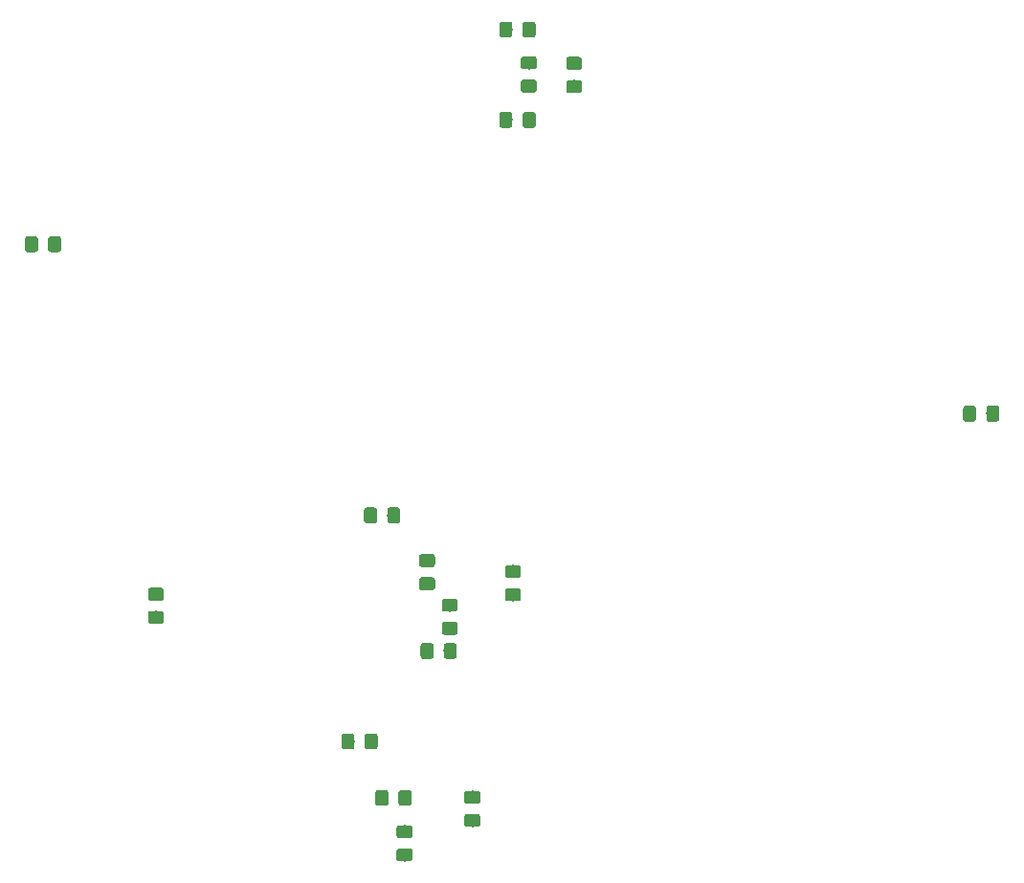
<source format=gbr>
%TF.GenerationSoftware,KiCad,Pcbnew,(5.1.4)-1*%
%TF.CreationDate,2019-08-28T16:24:02+03:00*%
%TF.ProjectId,Timsah_Main_Board,54696d73-6168-45f4-9d61-696e5f426f61,rev?*%
%TF.SameCoordinates,Original*%
%TF.FileFunction,Paste,Bot*%
%TF.FilePolarity,Positive*%
%FSLAX46Y46*%
G04 Gerber Fmt 4.6, Leading zero omitted, Abs format (unit mm)*
G04 Created by KiCad (PCBNEW (5.1.4)-1) date 2019-08-28 16:24:02*
%MOMM*%
%LPD*%
G04 APERTURE LIST*
%ADD10C,0.100000*%
%ADD11C,1.150000*%
G04 APERTURE END LIST*
D10*
G36*
X143349505Y-94301204D02*
G01*
X143373773Y-94304804D01*
X143397572Y-94310765D01*
X143420671Y-94319030D01*
X143442850Y-94329520D01*
X143463893Y-94342132D01*
X143483599Y-94356747D01*
X143501777Y-94373223D01*
X143518253Y-94391401D01*
X143532868Y-94411107D01*
X143545480Y-94432150D01*
X143555970Y-94454329D01*
X143564235Y-94477428D01*
X143570196Y-94501227D01*
X143573796Y-94525495D01*
X143575000Y-94549999D01*
X143575000Y-95450001D01*
X143573796Y-95474505D01*
X143570196Y-95498773D01*
X143564235Y-95522572D01*
X143555970Y-95545671D01*
X143545480Y-95567850D01*
X143532868Y-95588893D01*
X143518253Y-95608599D01*
X143501777Y-95626777D01*
X143483599Y-95643253D01*
X143463893Y-95657868D01*
X143442850Y-95670480D01*
X143420671Y-95680970D01*
X143397572Y-95689235D01*
X143373773Y-95695196D01*
X143349505Y-95698796D01*
X143325001Y-95700000D01*
X142674999Y-95700000D01*
X142650495Y-95698796D01*
X142626227Y-95695196D01*
X142602428Y-95689235D01*
X142579329Y-95680970D01*
X142557150Y-95670480D01*
X142536107Y-95657868D01*
X142516401Y-95643253D01*
X142498223Y-95626777D01*
X142481747Y-95608599D01*
X142467132Y-95588893D01*
X142454520Y-95567850D01*
X142444030Y-95545671D01*
X142435765Y-95522572D01*
X142429804Y-95498773D01*
X142426204Y-95474505D01*
X142425000Y-95450001D01*
X142425000Y-94549999D01*
X142426204Y-94525495D01*
X142429804Y-94501227D01*
X142435765Y-94477428D01*
X142444030Y-94454329D01*
X142454520Y-94432150D01*
X142467132Y-94411107D01*
X142481747Y-94391401D01*
X142498223Y-94373223D01*
X142516401Y-94356747D01*
X142536107Y-94342132D01*
X142557150Y-94329520D01*
X142579329Y-94319030D01*
X142602428Y-94310765D01*
X142626227Y-94304804D01*
X142650495Y-94301204D01*
X142674999Y-94300000D01*
X143325001Y-94300000D01*
X143349505Y-94301204D01*
X143349505Y-94301204D01*
G37*
D11*
X143000000Y-95000000D03*
D10*
G36*
X145399505Y-94301204D02*
G01*
X145423773Y-94304804D01*
X145447572Y-94310765D01*
X145470671Y-94319030D01*
X145492850Y-94329520D01*
X145513893Y-94342132D01*
X145533599Y-94356747D01*
X145551777Y-94373223D01*
X145568253Y-94391401D01*
X145582868Y-94411107D01*
X145595480Y-94432150D01*
X145605970Y-94454329D01*
X145614235Y-94477428D01*
X145620196Y-94501227D01*
X145623796Y-94525495D01*
X145625000Y-94549999D01*
X145625000Y-95450001D01*
X145623796Y-95474505D01*
X145620196Y-95498773D01*
X145614235Y-95522572D01*
X145605970Y-95545671D01*
X145595480Y-95567850D01*
X145582868Y-95588893D01*
X145568253Y-95608599D01*
X145551777Y-95626777D01*
X145533599Y-95643253D01*
X145513893Y-95657868D01*
X145492850Y-95670480D01*
X145470671Y-95680970D01*
X145447572Y-95689235D01*
X145423773Y-95695196D01*
X145399505Y-95698796D01*
X145375001Y-95700000D01*
X144724999Y-95700000D01*
X144700495Y-95698796D01*
X144676227Y-95695196D01*
X144652428Y-95689235D01*
X144629329Y-95680970D01*
X144607150Y-95670480D01*
X144586107Y-95657868D01*
X144566401Y-95643253D01*
X144548223Y-95626777D01*
X144531747Y-95608599D01*
X144517132Y-95588893D01*
X144504520Y-95567850D01*
X144494030Y-95545671D01*
X144485765Y-95522572D01*
X144479804Y-95498773D01*
X144476204Y-95474505D01*
X144475000Y-95450001D01*
X144475000Y-94549999D01*
X144476204Y-94525495D01*
X144479804Y-94501227D01*
X144485765Y-94477428D01*
X144494030Y-94454329D01*
X144504520Y-94432150D01*
X144517132Y-94411107D01*
X144531747Y-94391401D01*
X144548223Y-94373223D01*
X144566401Y-94356747D01*
X144586107Y-94342132D01*
X144607150Y-94329520D01*
X144629329Y-94319030D01*
X144652428Y-94310765D01*
X144676227Y-94304804D01*
X144700495Y-94301204D01*
X144724999Y-94300000D01*
X145375001Y-94300000D01*
X145399505Y-94301204D01*
X145399505Y-94301204D01*
G37*
D11*
X145050000Y-95000000D03*
D10*
G36*
X93399505Y-128301204D02*
G01*
X93423773Y-128304804D01*
X93447572Y-128310765D01*
X93470671Y-128319030D01*
X93492850Y-128329520D01*
X93513893Y-128342132D01*
X93533599Y-128356747D01*
X93551777Y-128373223D01*
X93568253Y-128391401D01*
X93582868Y-128411107D01*
X93595480Y-128432150D01*
X93605970Y-128454329D01*
X93614235Y-128477428D01*
X93620196Y-128501227D01*
X93623796Y-128525495D01*
X93625000Y-128549999D01*
X93625000Y-129450001D01*
X93623796Y-129474505D01*
X93620196Y-129498773D01*
X93614235Y-129522572D01*
X93605970Y-129545671D01*
X93595480Y-129567850D01*
X93582868Y-129588893D01*
X93568253Y-129608599D01*
X93551777Y-129626777D01*
X93533599Y-129643253D01*
X93513893Y-129657868D01*
X93492850Y-129670480D01*
X93470671Y-129680970D01*
X93447572Y-129689235D01*
X93423773Y-129695196D01*
X93399505Y-129698796D01*
X93375001Y-129700000D01*
X92724999Y-129700000D01*
X92700495Y-129698796D01*
X92676227Y-129695196D01*
X92652428Y-129689235D01*
X92629329Y-129680970D01*
X92607150Y-129670480D01*
X92586107Y-129657868D01*
X92566401Y-129643253D01*
X92548223Y-129626777D01*
X92531747Y-129608599D01*
X92517132Y-129588893D01*
X92504520Y-129567850D01*
X92494030Y-129545671D01*
X92485765Y-129522572D01*
X92479804Y-129498773D01*
X92476204Y-129474505D01*
X92475000Y-129450001D01*
X92475000Y-128549999D01*
X92476204Y-128525495D01*
X92479804Y-128501227D01*
X92485765Y-128477428D01*
X92494030Y-128454329D01*
X92504520Y-128432150D01*
X92517132Y-128411107D01*
X92531747Y-128391401D01*
X92548223Y-128373223D01*
X92566401Y-128356747D01*
X92586107Y-128342132D01*
X92607150Y-128329520D01*
X92629329Y-128319030D01*
X92652428Y-128310765D01*
X92676227Y-128304804D01*
X92700495Y-128301204D01*
X92724999Y-128300000D01*
X93375001Y-128300000D01*
X93399505Y-128301204D01*
X93399505Y-128301204D01*
G37*
D11*
X93050000Y-129000000D03*
D10*
G36*
X91349505Y-128301204D02*
G01*
X91373773Y-128304804D01*
X91397572Y-128310765D01*
X91420671Y-128319030D01*
X91442850Y-128329520D01*
X91463893Y-128342132D01*
X91483599Y-128356747D01*
X91501777Y-128373223D01*
X91518253Y-128391401D01*
X91532868Y-128411107D01*
X91545480Y-128432150D01*
X91555970Y-128454329D01*
X91564235Y-128477428D01*
X91570196Y-128501227D01*
X91573796Y-128525495D01*
X91575000Y-128549999D01*
X91575000Y-129450001D01*
X91573796Y-129474505D01*
X91570196Y-129498773D01*
X91564235Y-129522572D01*
X91555970Y-129545671D01*
X91545480Y-129567850D01*
X91532868Y-129588893D01*
X91518253Y-129608599D01*
X91501777Y-129626777D01*
X91483599Y-129643253D01*
X91463893Y-129657868D01*
X91442850Y-129670480D01*
X91420671Y-129680970D01*
X91397572Y-129689235D01*
X91373773Y-129695196D01*
X91349505Y-129698796D01*
X91325001Y-129700000D01*
X90674999Y-129700000D01*
X90650495Y-129698796D01*
X90626227Y-129695196D01*
X90602428Y-129689235D01*
X90579329Y-129680970D01*
X90557150Y-129670480D01*
X90536107Y-129657868D01*
X90516401Y-129643253D01*
X90498223Y-129626777D01*
X90481747Y-129608599D01*
X90467132Y-129588893D01*
X90454520Y-129567850D01*
X90444030Y-129545671D01*
X90435765Y-129522572D01*
X90429804Y-129498773D01*
X90426204Y-129474505D01*
X90425000Y-129450001D01*
X90425000Y-128549999D01*
X90426204Y-128525495D01*
X90429804Y-128501227D01*
X90435765Y-128477428D01*
X90444030Y-128454329D01*
X90454520Y-128432150D01*
X90467132Y-128411107D01*
X90481747Y-128391401D01*
X90498223Y-128373223D01*
X90516401Y-128356747D01*
X90536107Y-128342132D01*
X90557150Y-128329520D01*
X90579329Y-128319030D01*
X90602428Y-128310765D01*
X90626227Y-128304804D01*
X90650495Y-128301204D01*
X90674999Y-128300000D01*
X91325001Y-128300000D01*
X91349505Y-128301204D01*
X91349505Y-128301204D01*
G37*
D11*
X91000000Y-129000000D03*
D10*
G36*
X88349505Y-123301204D02*
G01*
X88373773Y-123304804D01*
X88397572Y-123310765D01*
X88420671Y-123319030D01*
X88442850Y-123329520D01*
X88463893Y-123342132D01*
X88483599Y-123356747D01*
X88501777Y-123373223D01*
X88518253Y-123391401D01*
X88532868Y-123411107D01*
X88545480Y-123432150D01*
X88555970Y-123454329D01*
X88564235Y-123477428D01*
X88570196Y-123501227D01*
X88573796Y-123525495D01*
X88575000Y-123549999D01*
X88575000Y-124450001D01*
X88573796Y-124474505D01*
X88570196Y-124498773D01*
X88564235Y-124522572D01*
X88555970Y-124545671D01*
X88545480Y-124567850D01*
X88532868Y-124588893D01*
X88518253Y-124608599D01*
X88501777Y-124626777D01*
X88483599Y-124643253D01*
X88463893Y-124657868D01*
X88442850Y-124670480D01*
X88420671Y-124680970D01*
X88397572Y-124689235D01*
X88373773Y-124695196D01*
X88349505Y-124698796D01*
X88325001Y-124700000D01*
X87674999Y-124700000D01*
X87650495Y-124698796D01*
X87626227Y-124695196D01*
X87602428Y-124689235D01*
X87579329Y-124680970D01*
X87557150Y-124670480D01*
X87536107Y-124657868D01*
X87516401Y-124643253D01*
X87498223Y-124626777D01*
X87481747Y-124608599D01*
X87467132Y-124588893D01*
X87454520Y-124567850D01*
X87444030Y-124545671D01*
X87435765Y-124522572D01*
X87429804Y-124498773D01*
X87426204Y-124474505D01*
X87425000Y-124450001D01*
X87425000Y-123549999D01*
X87426204Y-123525495D01*
X87429804Y-123501227D01*
X87435765Y-123477428D01*
X87444030Y-123454329D01*
X87454520Y-123432150D01*
X87467132Y-123411107D01*
X87481747Y-123391401D01*
X87498223Y-123373223D01*
X87516401Y-123356747D01*
X87536107Y-123342132D01*
X87557150Y-123329520D01*
X87579329Y-123319030D01*
X87602428Y-123310765D01*
X87626227Y-123304804D01*
X87650495Y-123301204D01*
X87674999Y-123300000D01*
X88325001Y-123300000D01*
X88349505Y-123301204D01*
X88349505Y-123301204D01*
G37*
D11*
X88000000Y-124000000D03*
D10*
G36*
X90399505Y-123301204D02*
G01*
X90423773Y-123304804D01*
X90447572Y-123310765D01*
X90470671Y-123319030D01*
X90492850Y-123329520D01*
X90513893Y-123342132D01*
X90533599Y-123356747D01*
X90551777Y-123373223D01*
X90568253Y-123391401D01*
X90582868Y-123411107D01*
X90595480Y-123432150D01*
X90605970Y-123454329D01*
X90614235Y-123477428D01*
X90620196Y-123501227D01*
X90623796Y-123525495D01*
X90625000Y-123549999D01*
X90625000Y-124450001D01*
X90623796Y-124474505D01*
X90620196Y-124498773D01*
X90614235Y-124522572D01*
X90605970Y-124545671D01*
X90595480Y-124567850D01*
X90582868Y-124588893D01*
X90568253Y-124608599D01*
X90551777Y-124626777D01*
X90533599Y-124643253D01*
X90513893Y-124657868D01*
X90492850Y-124670480D01*
X90470671Y-124680970D01*
X90447572Y-124689235D01*
X90423773Y-124695196D01*
X90399505Y-124698796D01*
X90375001Y-124700000D01*
X89724999Y-124700000D01*
X89700495Y-124698796D01*
X89676227Y-124695196D01*
X89652428Y-124689235D01*
X89629329Y-124680970D01*
X89607150Y-124670480D01*
X89586107Y-124657868D01*
X89566401Y-124643253D01*
X89548223Y-124626777D01*
X89531747Y-124608599D01*
X89517132Y-124588893D01*
X89504520Y-124567850D01*
X89494030Y-124545671D01*
X89485765Y-124522572D01*
X89479804Y-124498773D01*
X89476204Y-124474505D01*
X89475000Y-124450001D01*
X89475000Y-123549999D01*
X89476204Y-123525495D01*
X89479804Y-123501227D01*
X89485765Y-123477428D01*
X89494030Y-123454329D01*
X89504520Y-123432150D01*
X89517132Y-123411107D01*
X89531747Y-123391401D01*
X89548223Y-123373223D01*
X89566401Y-123356747D01*
X89586107Y-123342132D01*
X89607150Y-123329520D01*
X89629329Y-123319030D01*
X89652428Y-123310765D01*
X89676227Y-123304804D01*
X89700495Y-123301204D01*
X89724999Y-123300000D01*
X90375001Y-123300000D01*
X90399505Y-123301204D01*
X90399505Y-123301204D01*
G37*
D11*
X90050000Y-124000000D03*
D10*
G36*
X93474505Y-133476204D02*
G01*
X93498773Y-133479804D01*
X93522572Y-133485765D01*
X93545671Y-133494030D01*
X93567850Y-133504520D01*
X93588893Y-133517132D01*
X93608599Y-133531747D01*
X93626777Y-133548223D01*
X93643253Y-133566401D01*
X93657868Y-133586107D01*
X93670480Y-133607150D01*
X93680970Y-133629329D01*
X93689235Y-133652428D01*
X93695196Y-133676227D01*
X93698796Y-133700495D01*
X93700000Y-133724999D01*
X93700000Y-134375001D01*
X93698796Y-134399505D01*
X93695196Y-134423773D01*
X93689235Y-134447572D01*
X93680970Y-134470671D01*
X93670480Y-134492850D01*
X93657868Y-134513893D01*
X93643253Y-134533599D01*
X93626777Y-134551777D01*
X93608599Y-134568253D01*
X93588893Y-134582868D01*
X93567850Y-134595480D01*
X93545671Y-134605970D01*
X93522572Y-134614235D01*
X93498773Y-134620196D01*
X93474505Y-134623796D01*
X93450001Y-134625000D01*
X92549999Y-134625000D01*
X92525495Y-134623796D01*
X92501227Y-134620196D01*
X92477428Y-134614235D01*
X92454329Y-134605970D01*
X92432150Y-134595480D01*
X92411107Y-134582868D01*
X92391401Y-134568253D01*
X92373223Y-134551777D01*
X92356747Y-134533599D01*
X92342132Y-134513893D01*
X92329520Y-134492850D01*
X92319030Y-134470671D01*
X92310765Y-134447572D01*
X92304804Y-134423773D01*
X92301204Y-134399505D01*
X92300000Y-134375001D01*
X92300000Y-133724999D01*
X92301204Y-133700495D01*
X92304804Y-133676227D01*
X92310765Y-133652428D01*
X92319030Y-133629329D01*
X92329520Y-133607150D01*
X92342132Y-133586107D01*
X92356747Y-133566401D01*
X92373223Y-133548223D01*
X92391401Y-133531747D01*
X92411107Y-133517132D01*
X92432150Y-133504520D01*
X92454329Y-133494030D01*
X92477428Y-133485765D01*
X92501227Y-133479804D01*
X92525495Y-133476204D01*
X92549999Y-133475000D01*
X93450001Y-133475000D01*
X93474505Y-133476204D01*
X93474505Y-133476204D01*
G37*
D11*
X93000000Y-134050000D03*
D10*
G36*
X93474505Y-131426204D02*
G01*
X93498773Y-131429804D01*
X93522572Y-131435765D01*
X93545671Y-131444030D01*
X93567850Y-131454520D01*
X93588893Y-131467132D01*
X93608599Y-131481747D01*
X93626777Y-131498223D01*
X93643253Y-131516401D01*
X93657868Y-131536107D01*
X93670480Y-131557150D01*
X93680970Y-131579329D01*
X93689235Y-131602428D01*
X93695196Y-131626227D01*
X93698796Y-131650495D01*
X93700000Y-131674999D01*
X93700000Y-132325001D01*
X93698796Y-132349505D01*
X93695196Y-132373773D01*
X93689235Y-132397572D01*
X93680970Y-132420671D01*
X93670480Y-132442850D01*
X93657868Y-132463893D01*
X93643253Y-132483599D01*
X93626777Y-132501777D01*
X93608599Y-132518253D01*
X93588893Y-132532868D01*
X93567850Y-132545480D01*
X93545671Y-132555970D01*
X93522572Y-132564235D01*
X93498773Y-132570196D01*
X93474505Y-132573796D01*
X93450001Y-132575000D01*
X92549999Y-132575000D01*
X92525495Y-132573796D01*
X92501227Y-132570196D01*
X92477428Y-132564235D01*
X92454329Y-132555970D01*
X92432150Y-132545480D01*
X92411107Y-132532868D01*
X92391401Y-132518253D01*
X92373223Y-132501777D01*
X92356747Y-132483599D01*
X92342132Y-132463893D01*
X92329520Y-132442850D01*
X92319030Y-132420671D01*
X92310765Y-132397572D01*
X92304804Y-132373773D01*
X92301204Y-132349505D01*
X92300000Y-132325001D01*
X92300000Y-131674999D01*
X92301204Y-131650495D01*
X92304804Y-131626227D01*
X92310765Y-131602428D01*
X92319030Y-131579329D01*
X92329520Y-131557150D01*
X92342132Y-131536107D01*
X92356747Y-131516401D01*
X92373223Y-131498223D01*
X92391401Y-131481747D01*
X92411107Y-131467132D01*
X92432150Y-131454520D01*
X92454329Y-131444030D01*
X92477428Y-131435765D01*
X92501227Y-131429804D01*
X92525495Y-131426204D01*
X92549999Y-131425000D01*
X93450001Y-131425000D01*
X93474505Y-131426204D01*
X93474505Y-131426204D01*
G37*
D11*
X93000000Y-132000000D03*
D10*
G36*
X99474505Y-128376204D02*
G01*
X99498773Y-128379804D01*
X99522572Y-128385765D01*
X99545671Y-128394030D01*
X99567850Y-128404520D01*
X99588893Y-128417132D01*
X99608599Y-128431747D01*
X99626777Y-128448223D01*
X99643253Y-128466401D01*
X99657868Y-128486107D01*
X99670480Y-128507150D01*
X99680970Y-128529329D01*
X99689235Y-128552428D01*
X99695196Y-128576227D01*
X99698796Y-128600495D01*
X99700000Y-128624999D01*
X99700000Y-129275001D01*
X99698796Y-129299505D01*
X99695196Y-129323773D01*
X99689235Y-129347572D01*
X99680970Y-129370671D01*
X99670480Y-129392850D01*
X99657868Y-129413893D01*
X99643253Y-129433599D01*
X99626777Y-129451777D01*
X99608599Y-129468253D01*
X99588893Y-129482868D01*
X99567850Y-129495480D01*
X99545671Y-129505970D01*
X99522572Y-129514235D01*
X99498773Y-129520196D01*
X99474505Y-129523796D01*
X99450001Y-129525000D01*
X98549999Y-129525000D01*
X98525495Y-129523796D01*
X98501227Y-129520196D01*
X98477428Y-129514235D01*
X98454329Y-129505970D01*
X98432150Y-129495480D01*
X98411107Y-129482868D01*
X98391401Y-129468253D01*
X98373223Y-129451777D01*
X98356747Y-129433599D01*
X98342132Y-129413893D01*
X98329520Y-129392850D01*
X98319030Y-129370671D01*
X98310765Y-129347572D01*
X98304804Y-129323773D01*
X98301204Y-129299505D01*
X98300000Y-129275001D01*
X98300000Y-128624999D01*
X98301204Y-128600495D01*
X98304804Y-128576227D01*
X98310765Y-128552428D01*
X98319030Y-128529329D01*
X98329520Y-128507150D01*
X98342132Y-128486107D01*
X98356747Y-128466401D01*
X98373223Y-128448223D01*
X98391401Y-128431747D01*
X98411107Y-128417132D01*
X98432150Y-128404520D01*
X98454329Y-128394030D01*
X98477428Y-128385765D01*
X98501227Y-128379804D01*
X98525495Y-128376204D01*
X98549999Y-128375000D01*
X99450001Y-128375000D01*
X99474505Y-128376204D01*
X99474505Y-128376204D01*
G37*
D11*
X99000000Y-128950000D03*
D10*
G36*
X99474505Y-130426204D02*
G01*
X99498773Y-130429804D01*
X99522572Y-130435765D01*
X99545671Y-130444030D01*
X99567850Y-130454520D01*
X99588893Y-130467132D01*
X99608599Y-130481747D01*
X99626777Y-130498223D01*
X99643253Y-130516401D01*
X99657868Y-130536107D01*
X99670480Y-130557150D01*
X99680970Y-130579329D01*
X99689235Y-130602428D01*
X99695196Y-130626227D01*
X99698796Y-130650495D01*
X99700000Y-130674999D01*
X99700000Y-131325001D01*
X99698796Y-131349505D01*
X99695196Y-131373773D01*
X99689235Y-131397572D01*
X99680970Y-131420671D01*
X99670480Y-131442850D01*
X99657868Y-131463893D01*
X99643253Y-131483599D01*
X99626777Y-131501777D01*
X99608599Y-131518253D01*
X99588893Y-131532868D01*
X99567850Y-131545480D01*
X99545671Y-131555970D01*
X99522572Y-131564235D01*
X99498773Y-131570196D01*
X99474505Y-131573796D01*
X99450001Y-131575000D01*
X98549999Y-131575000D01*
X98525495Y-131573796D01*
X98501227Y-131570196D01*
X98477428Y-131564235D01*
X98454329Y-131555970D01*
X98432150Y-131545480D01*
X98411107Y-131532868D01*
X98391401Y-131518253D01*
X98373223Y-131501777D01*
X98356747Y-131483599D01*
X98342132Y-131463893D01*
X98329520Y-131442850D01*
X98319030Y-131420671D01*
X98310765Y-131397572D01*
X98304804Y-131373773D01*
X98301204Y-131349505D01*
X98300000Y-131325001D01*
X98300000Y-130674999D01*
X98301204Y-130650495D01*
X98304804Y-130626227D01*
X98310765Y-130602428D01*
X98319030Y-130579329D01*
X98329520Y-130557150D01*
X98342132Y-130536107D01*
X98356747Y-130516401D01*
X98373223Y-130498223D01*
X98391401Y-130481747D01*
X98411107Y-130467132D01*
X98432150Y-130454520D01*
X98454329Y-130444030D01*
X98477428Y-130435765D01*
X98501227Y-130429804D01*
X98525495Y-130426204D01*
X98549999Y-130425000D01*
X99450001Y-130425000D01*
X99474505Y-130426204D01*
X99474505Y-130426204D01*
G37*
D11*
X99000000Y-131000000D03*
D10*
G36*
X104374505Y-68301204D02*
G01*
X104398773Y-68304804D01*
X104422572Y-68310765D01*
X104445671Y-68319030D01*
X104467850Y-68329520D01*
X104488893Y-68342132D01*
X104508599Y-68356747D01*
X104526777Y-68373223D01*
X104543253Y-68391401D01*
X104557868Y-68411107D01*
X104570480Y-68432150D01*
X104580970Y-68454329D01*
X104589235Y-68477428D01*
X104595196Y-68501227D01*
X104598796Y-68525495D01*
X104600000Y-68549999D01*
X104600000Y-69450001D01*
X104598796Y-69474505D01*
X104595196Y-69498773D01*
X104589235Y-69522572D01*
X104580970Y-69545671D01*
X104570480Y-69567850D01*
X104557868Y-69588893D01*
X104543253Y-69608599D01*
X104526777Y-69626777D01*
X104508599Y-69643253D01*
X104488893Y-69657868D01*
X104467850Y-69670480D01*
X104445671Y-69680970D01*
X104422572Y-69689235D01*
X104398773Y-69695196D01*
X104374505Y-69698796D01*
X104350001Y-69700000D01*
X103699999Y-69700000D01*
X103675495Y-69698796D01*
X103651227Y-69695196D01*
X103627428Y-69689235D01*
X103604329Y-69680970D01*
X103582150Y-69670480D01*
X103561107Y-69657868D01*
X103541401Y-69643253D01*
X103523223Y-69626777D01*
X103506747Y-69608599D01*
X103492132Y-69588893D01*
X103479520Y-69567850D01*
X103469030Y-69545671D01*
X103460765Y-69522572D01*
X103454804Y-69498773D01*
X103451204Y-69474505D01*
X103450000Y-69450001D01*
X103450000Y-68549999D01*
X103451204Y-68525495D01*
X103454804Y-68501227D01*
X103460765Y-68477428D01*
X103469030Y-68454329D01*
X103479520Y-68432150D01*
X103492132Y-68411107D01*
X103506747Y-68391401D01*
X103523223Y-68373223D01*
X103541401Y-68356747D01*
X103561107Y-68342132D01*
X103582150Y-68329520D01*
X103604329Y-68319030D01*
X103627428Y-68310765D01*
X103651227Y-68304804D01*
X103675495Y-68301204D01*
X103699999Y-68300000D01*
X104350001Y-68300000D01*
X104374505Y-68301204D01*
X104374505Y-68301204D01*
G37*
D11*
X104025000Y-69000000D03*
D10*
G36*
X102324505Y-68301204D02*
G01*
X102348773Y-68304804D01*
X102372572Y-68310765D01*
X102395671Y-68319030D01*
X102417850Y-68329520D01*
X102438893Y-68342132D01*
X102458599Y-68356747D01*
X102476777Y-68373223D01*
X102493253Y-68391401D01*
X102507868Y-68411107D01*
X102520480Y-68432150D01*
X102530970Y-68454329D01*
X102539235Y-68477428D01*
X102545196Y-68501227D01*
X102548796Y-68525495D01*
X102550000Y-68549999D01*
X102550000Y-69450001D01*
X102548796Y-69474505D01*
X102545196Y-69498773D01*
X102539235Y-69522572D01*
X102530970Y-69545671D01*
X102520480Y-69567850D01*
X102507868Y-69588893D01*
X102493253Y-69608599D01*
X102476777Y-69626777D01*
X102458599Y-69643253D01*
X102438893Y-69657868D01*
X102417850Y-69670480D01*
X102395671Y-69680970D01*
X102372572Y-69689235D01*
X102348773Y-69695196D01*
X102324505Y-69698796D01*
X102300001Y-69700000D01*
X101649999Y-69700000D01*
X101625495Y-69698796D01*
X101601227Y-69695196D01*
X101577428Y-69689235D01*
X101554329Y-69680970D01*
X101532150Y-69670480D01*
X101511107Y-69657868D01*
X101491401Y-69643253D01*
X101473223Y-69626777D01*
X101456747Y-69608599D01*
X101442132Y-69588893D01*
X101429520Y-69567850D01*
X101419030Y-69545671D01*
X101410765Y-69522572D01*
X101404804Y-69498773D01*
X101401204Y-69474505D01*
X101400000Y-69450001D01*
X101400000Y-68549999D01*
X101401204Y-68525495D01*
X101404804Y-68501227D01*
X101410765Y-68477428D01*
X101419030Y-68454329D01*
X101429520Y-68432150D01*
X101442132Y-68411107D01*
X101456747Y-68391401D01*
X101473223Y-68373223D01*
X101491401Y-68356747D01*
X101511107Y-68342132D01*
X101532150Y-68329520D01*
X101554329Y-68319030D01*
X101577428Y-68310765D01*
X101601227Y-68304804D01*
X101625495Y-68301204D01*
X101649999Y-68300000D01*
X102300001Y-68300000D01*
X102324505Y-68301204D01*
X102324505Y-68301204D01*
G37*
D11*
X101975000Y-69000000D03*
D10*
G36*
X90349505Y-103301204D02*
G01*
X90373773Y-103304804D01*
X90397572Y-103310765D01*
X90420671Y-103319030D01*
X90442850Y-103329520D01*
X90463893Y-103342132D01*
X90483599Y-103356747D01*
X90501777Y-103373223D01*
X90518253Y-103391401D01*
X90532868Y-103411107D01*
X90545480Y-103432150D01*
X90555970Y-103454329D01*
X90564235Y-103477428D01*
X90570196Y-103501227D01*
X90573796Y-103525495D01*
X90575000Y-103549999D01*
X90575000Y-104450001D01*
X90573796Y-104474505D01*
X90570196Y-104498773D01*
X90564235Y-104522572D01*
X90555970Y-104545671D01*
X90545480Y-104567850D01*
X90532868Y-104588893D01*
X90518253Y-104608599D01*
X90501777Y-104626777D01*
X90483599Y-104643253D01*
X90463893Y-104657868D01*
X90442850Y-104670480D01*
X90420671Y-104680970D01*
X90397572Y-104689235D01*
X90373773Y-104695196D01*
X90349505Y-104698796D01*
X90325001Y-104700000D01*
X89674999Y-104700000D01*
X89650495Y-104698796D01*
X89626227Y-104695196D01*
X89602428Y-104689235D01*
X89579329Y-104680970D01*
X89557150Y-104670480D01*
X89536107Y-104657868D01*
X89516401Y-104643253D01*
X89498223Y-104626777D01*
X89481747Y-104608599D01*
X89467132Y-104588893D01*
X89454520Y-104567850D01*
X89444030Y-104545671D01*
X89435765Y-104522572D01*
X89429804Y-104498773D01*
X89426204Y-104474505D01*
X89425000Y-104450001D01*
X89425000Y-103549999D01*
X89426204Y-103525495D01*
X89429804Y-103501227D01*
X89435765Y-103477428D01*
X89444030Y-103454329D01*
X89454520Y-103432150D01*
X89467132Y-103411107D01*
X89481747Y-103391401D01*
X89498223Y-103373223D01*
X89516401Y-103356747D01*
X89536107Y-103342132D01*
X89557150Y-103329520D01*
X89579329Y-103319030D01*
X89602428Y-103310765D01*
X89626227Y-103304804D01*
X89650495Y-103301204D01*
X89674999Y-103300000D01*
X90325001Y-103300000D01*
X90349505Y-103301204D01*
X90349505Y-103301204D01*
G37*
D11*
X90000000Y-104000000D03*
D10*
G36*
X92399505Y-103301204D02*
G01*
X92423773Y-103304804D01*
X92447572Y-103310765D01*
X92470671Y-103319030D01*
X92492850Y-103329520D01*
X92513893Y-103342132D01*
X92533599Y-103356747D01*
X92551777Y-103373223D01*
X92568253Y-103391401D01*
X92582868Y-103411107D01*
X92595480Y-103432150D01*
X92605970Y-103454329D01*
X92614235Y-103477428D01*
X92620196Y-103501227D01*
X92623796Y-103525495D01*
X92625000Y-103549999D01*
X92625000Y-104450001D01*
X92623796Y-104474505D01*
X92620196Y-104498773D01*
X92614235Y-104522572D01*
X92605970Y-104545671D01*
X92595480Y-104567850D01*
X92582868Y-104588893D01*
X92568253Y-104608599D01*
X92551777Y-104626777D01*
X92533599Y-104643253D01*
X92513893Y-104657868D01*
X92492850Y-104670480D01*
X92470671Y-104680970D01*
X92447572Y-104689235D01*
X92423773Y-104695196D01*
X92399505Y-104698796D01*
X92375001Y-104700000D01*
X91724999Y-104700000D01*
X91700495Y-104698796D01*
X91676227Y-104695196D01*
X91652428Y-104689235D01*
X91629329Y-104680970D01*
X91607150Y-104670480D01*
X91586107Y-104657868D01*
X91566401Y-104643253D01*
X91548223Y-104626777D01*
X91531747Y-104608599D01*
X91517132Y-104588893D01*
X91504520Y-104567850D01*
X91494030Y-104545671D01*
X91485765Y-104522572D01*
X91479804Y-104498773D01*
X91476204Y-104474505D01*
X91475000Y-104450001D01*
X91475000Y-103549999D01*
X91476204Y-103525495D01*
X91479804Y-103501227D01*
X91485765Y-103477428D01*
X91494030Y-103454329D01*
X91504520Y-103432150D01*
X91517132Y-103411107D01*
X91531747Y-103391401D01*
X91548223Y-103373223D01*
X91566401Y-103356747D01*
X91586107Y-103342132D01*
X91607150Y-103329520D01*
X91629329Y-103319030D01*
X91652428Y-103310765D01*
X91676227Y-103304804D01*
X91700495Y-103301204D01*
X91724999Y-103300000D01*
X92375001Y-103300000D01*
X92399505Y-103301204D01*
X92399505Y-103301204D01*
G37*
D11*
X92050000Y-104000000D03*
D10*
G36*
X95474505Y-109476204D02*
G01*
X95498773Y-109479804D01*
X95522572Y-109485765D01*
X95545671Y-109494030D01*
X95567850Y-109504520D01*
X95588893Y-109517132D01*
X95608599Y-109531747D01*
X95626777Y-109548223D01*
X95643253Y-109566401D01*
X95657868Y-109586107D01*
X95670480Y-109607150D01*
X95680970Y-109629329D01*
X95689235Y-109652428D01*
X95695196Y-109676227D01*
X95698796Y-109700495D01*
X95700000Y-109724999D01*
X95700000Y-110375001D01*
X95698796Y-110399505D01*
X95695196Y-110423773D01*
X95689235Y-110447572D01*
X95680970Y-110470671D01*
X95670480Y-110492850D01*
X95657868Y-110513893D01*
X95643253Y-110533599D01*
X95626777Y-110551777D01*
X95608599Y-110568253D01*
X95588893Y-110582868D01*
X95567850Y-110595480D01*
X95545671Y-110605970D01*
X95522572Y-110614235D01*
X95498773Y-110620196D01*
X95474505Y-110623796D01*
X95450001Y-110625000D01*
X94549999Y-110625000D01*
X94525495Y-110623796D01*
X94501227Y-110620196D01*
X94477428Y-110614235D01*
X94454329Y-110605970D01*
X94432150Y-110595480D01*
X94411107Y-110582868D01*
X94391401Y-110568253D01*
X94373223Y-110551777D01*
X94356747Y-110533599D01*
X94342132Y-110513893D01*
X94329520Y-110492850D01*
X94319030Y-110470671D01*
X94310765Y-110447572D01*
X94304804Y-110423773D01*
X94301204Y-110399505D01*
X94300000Y-110375001D01*
X94300000Y-109724999D01*
X94301204Y-109700495D01*
X94304804Y-109676227D01*
X94310765Y-109652428D01*
X94319030Y-109629329D01*
X94329520Y-109607150D01*
X94342132Y-109586107D01*
X94356747Y-109566401D01*
X94373223Y-109548223D01*
X94391401Y-109531747D01*
X94411107Y-109517132D01*
X94432150Y-109504520D01*
X94454329Y-109494030D01*
X94477428Y-109485765D01*
X94501227Y-109479804D01*
X94525495Y-109476204D01*
X94549999Y-109475000D01*
X95450001Y-109475000D01*
X95474505Y-109476204D01*
X95474505Y-109476204D01*
G37*
D11*
X95000000Y-110050000D03*
D10*
G36*
X95474505Y-107426204D02*
G01*
X95498773Y-107429804D01*
X95522572Y-107435765D01*
X95545671Y-107444030D01*
X95567850Y-107454520D01*
X95588893Y-107467132D01*
X95608599Y-107481747D01*
X95626777Y-107498223D01*
X95643253Y-107516401D01*
X95657868Y-107536107D01*
X95670480Y-107557150D01*
X95680970Y-107579329D01*
X95689235Y-107602428D01*
X95695196Y-107626227D01*
X95698796Y-107650495D01*
X95700000Y-107674999D01*
X95700000Y-108325001D01*
X95698796Y-108349505D01*
X95695196Y-108373773D01*
X95689235Y-108397572D01*
X95680970Y-108420671D01*
X95670480Y-108442850D01*
X95657868Y-108463893D01*
X95643253Y-108483599D01*
X95626777Y-108501777D01*
X95608599Y-108518253D01*
X95588893Y-108532868D01*
X95567850Y-108545480D01*
X95545671Y-108555970D01*
X95522572Y-108564235D01*
X95498773Y-108570196D01*
X95474505Y-108573796D01*
X95450001Y-108575000D01*
X94549999Y-108575000D01*
X94525495Y-108573796D01*
X94501227Y-108570196D01*
X94477428Y-108564235D01*
X94454329Y-108555970D01*
X94432150Y-108545480D01*
X94411107Y-108532868D01*
X94391401Y-108518253D01*
X94373223Y-108501777D01*
X94356747Y-108483599D01*
X94342132Y-108463893D01*
X94329520Y-108442850D01*
X94319030Y-108420671D01*
X94310765Y-108397572D01*
X94304804Y-108373773D01*
X94301204Y-108349505D01*
X94300000Y-108325001D01*
X94300000Y-107674999D01*
X94301204Y-107650495D01*
X94304804Y-107626227D01*
X94310765Y-107602428D01*
X94319030Y-107579329D01*
X94329520Y-107557150D01*
X94342132Y-107536107D01*
X94356747Y-107516401D01*
X94373223Y-107498223D01*
X94391401Y-107481747D01*
X94411107Y-107467132D01*
X94432150Y-107454520D01*
X94454329Y-107444030D01*
X94477428Y-107435765D01*
X94501227Y-107429804D01*
X94525495Y-107426204D01*
X94549999Y-107425000D01*
X95450001Y-107425000D01*
X95474505Y-107426204D01*
X95474505Y-107426204D01*
G37*
D11*
X95000000Y-108000000D03*
D10*
G36*
X95349505Y-115301204D02*
G01*
X95373773Y-115304804D01*
X95397572Y-115310765D01*
X95420671Y-115319030D01*
X95442850Y-115329520D01*
X95463893Y-115342132D01*
X95483599Y-115356747D01*
X95501777Y-115373223D01*
X95518253Y-115391401D01*
X95532868Y-115411107D01*
X95545480Y-115432150D01*
X95555970Y-115454329D01*
X95564235Y-115477428D01*
X95570196Y-115501227D01*
X95573796Y-115525495D01*
X95575000Y-115549999D01*
X95575000Y-116450001D01*
X95573796Y-116474505D01*
X95570196Y-116498773D01*
X95564235Y-116522572D01*
X95555970Y-116545671D01*
X95545480Y-116567850D01*
X95532868Y-116588893D01*
X95518253Y-116608599D01*
X95501777Y-116626777D01*
X95483599Y-116643253D01*
X95463893Y-116657868D01*
X95442850Y-116670480D01*
X95420671Y-116680970D01*
X95397572Y-116689235D01*
X95373773Y-116695196D01*
X95349505Y-116698796D01*
X95325001Y-116700000D01*
X94674999Y-116700000D01*
X94650495Y-116698796D01*
X94626227Y-116695196D01*
X94602428Y-116689235D01*
X94579329Y-116680970D01*
X94557150Y-116670480D01*
X94536107Y-116657868D01*
X94516401Y-116643253D01*
X94498223Y-116626777D01*
X94481747Y-116608599D01*
X94467132Y-116588893D01*
X94454520Y-116567850D01*
X94444030Y-116545671D01*
X94435765Y-116522572D01*
X94429804Y-116498773D01*
X94426204Y-116474505D01*
X94425000Y-116450001D01*
X94425000Y-115549999D01*
X94426204Y-115525495D01*
X94429804Y-115501227D01*
X94435765Y-115477428D01*
X94444030Y-115454329D01*
X94454520Y-115432150D01*
X94467132Y-115411107D01*
X94481747Y-115391401D01*
X94498223Y-115373223D01*
X94516401Y-115356747D01*
X94536107Y-115342132D01*
X94557150Y-115329520D01*
X94579329Y-115319030D01*
X94602428Y-115310765D01*
X94626227Y-115304804D01*
X94650495Y-115301204D01*
X94674999Y-115300000D01*
X95325001Y-115300000D01*
X95349505Y-115301204D01*
X95349505Y-115301204D01*
G37*
D11*
X95000000Y-116000000D03*
D10*
G36*
X97399505Y-115301204D02*
G01*
X97423773Y-115304804D01*
X97447572Y-115310765D01*
X97470671Y-115319030D01*
X97492850Y-115329520D01*
X97513893Y-115342132D01*
X97533599Y-115356747D01*
X97551777Y-115373223D01*
X97568253Y-115391401D01*
X97582868Y-115411107D01*
X97595480Y-115432150D01*
X97605970Y-115454329D01*
X97614235Y-115477428D01*
X97620196Y-115501227D01*
X97623796Y-115525495D01*
X97625000Y-115549999D01*
X97625000Y-116450001D01*
X97623796Y-116474505D01*
X97620196Y-116498773D01*
X97614235Y-116522572D01*
X97605970Y-116545671D01*
X97595480Y-116567850D01*
X97582868Y-116588893D01*
X97568253Y-116608599D01*
X97551777Y-116626777D01*
X97533599Y-116643253D01*
X97513893Y-116657868D01*
X97492850Y-116670480D01*
X97470671Y-116680970D01*
X97447572Y-116689235D01*
X97423773Y-116695196D01*
X97399505Y-116698796D01*
X97375001Y-116700000D01*
X96724999Y-116700000D01*
X96700495Y-116698796D01*
X96676227Y-116695196D01*
X96652428Y-116689235D01*
X96629329Y-116680970D01*
X96607150Y-116670480D01*
X96586107Y-116657868D01*
X96566401Y-116643253D01*
X96548223Y-116626777D01*
X96531747Y-116608599D01*
X96517132Y-116588893D01*
X96504520Y-116567850D01*
X96494030Y-116545671D01*
X96485765Y-116522572D01*
X96479804Y-116498773D01*
X96476204Y-116474505D01*
X96475000Y-116450001D01*
X96475000Y-115549999D01*
X96476204Y-115525495D01*
X96479804Y-115501227D01*
X96485765Y-115477428D01*
X96494030Y-115454329D01*
X96504520Y-115432150D01*
X96517132Y-115411107D01*
X96531747Y-115391401D01*
X96548223Y-115373223D01*
X96566401Y-115356747D01*
X96586107Y-115342132D01*
X96607150Y-115329520D01*
X96629329Y-115319030D01*
X96652428Y-115310765D01*
X96676227Y-115304804D01*
X96700495Y-115301204D01*
X96724999Y-115300000D01*
X97375001Y-115300000D01*
X97399505Y-115301204D01*
X97399505Y-115301204D01*
G37*
D11*
X97050000Y-116000000D03*
D10*
G36*
X103074505Y-110451204D02*
G01*
X103098773Y-110454804D01*
X103122572Y-110460765D01*
X103145671Y-110469030D01*
X103167850Y-110479520D01*
X103188893Y-110492132D01*
X103208599Y-110506747D01*
X103226777Y-110523223D01*
X103243253Y-110541401D01*
X103257868Y-110561107D01*
X103270480Y-110582150D01*
X103280970Y-110604329D01*
X103289235Y-110627428D01*
X103295196Y-110651227D01*
X103298796Y-110675495D01*
X103300000Y-110699999D01*
X103300000Y-111350001D01*
X103298796Y-111374505D01*
X103295196Y-111398773D01*
X103289235Y-111422572D01*
X103280970Y-111445671D01*
X103270480Y-111467850D01*
X103257868Y-111488893D01*
X103243253Y-111508599D01*
X103226777Y-111526777D01*
X103208599Y-111543253D01*
X103188893Y-111557868D01*
X103167850Y-111570480D01*
X103145671Y-111580970D01*
X103122572Y-111589235D01*
X103098773Y-111595196D01*
X103074505Y-111598796D01*
X103050001Y-111600000D01*
X102149999Y-111600000D01*
X102125495Y-111598796D01*
X102101227Y-111595196D01*
X102077428Y-111589235D01*
X102054329Y-111580970D01*
X102032150Y-111570480D01*
X102011107Y-111557868D01*
X101991401Y-111543253D01*
X101973223Y-111526777D01*
X101956747Y-111508599D01*
X101942132Y-111488893D01*
X101929520Y-111467850D01*
X101919030Y-111445671D01*
X101910765Y-111422572D01*
X101904804Y-111398773D01*
X101901204Y-111374505D01*
X101900000Y-111350001D01*
X101900000Y-110699999D01*
X101901204Y-110675495D01*
X101904804Y-110651227D01*
X101910765Y-110627428D01*
X101919030Y-110604329D01*
X101929520Y-110582150D01*
X101942132Y-110561107D01*
X101956747Y-110541401D01*
X101973223Y-110523223D01*
X101991401Y-110506747D01*
X102011107Y-110492132D01*
X102032150Y-110479520D01*
X102054329Y-110469030D01*
X102077428Y-110460765D01*
X102101227Y-110454804D01*
X102125495Y-110451204D01*
X102149999Y-110450000D01*
X103050001Y-110450000D01*
X103074505Y-110451204D01*
X103074505Y-110451204D01*
G37*
D11*
X102600000Y-111025000D03*
D10*
G36*
X103074505Y-108401204D02*
G01*
X103098773Y-108404804D01*
X103122572Y-108410765D01*
X103145671Y-108419030D01*
X103167850Y-108429520D01*
X103188893Y-108442132D01*
X103208599Y-108456747D01*
X103226777Y-108473223D01*
X103243253Y-108491401D01*
X103257868Y-108511107D01*
X103270480Y-108532150D01*
X103280970Y-108554329D01*
X103289235Y-108577428D01*
X103295196Y-108601227D01*
X103298796Y-108625495D01*
X103300000Y-108649999D01*
X103300000Y-109300001D01*
X103298796Y-109324505D01*
X103295196Y-109348773D01*
X103289235Y-109372572D01*
X103280970Y-109395671D01*
X103270480Y-109417850D01*
X103257868Y-109438893D01*
X103243253Y-109458599D01*
X103226777Y-109476777D01*
X103208599Y-109493253D01*
X103188893Y-109507868D01*
X103167850Y-109520480D01*
X103145671Y-109530970D01*
X103122572Y-109539235D01*
X103098773Y-109545196D01*
X103074505Y-109548796D01*
X103050001Y-109550000D01*
X102149999Y-109550000D01*
X102125495Y-109548796D01*
X102101227Y-109545196D01*
X102077428Y-109539235D01*
X102054329Y-109530970D01*
X102032150Y-109520480D01*
X102011107Y-109507868D01*
X101991401Y-109493253D01*
X101973223Y-109476777D01*
X101956747Y-109458599D01*
X101942132Y-109438893D01*
X101929520Y-109417850D01*
X101919030Y-109395671D01*
X101910765Y-109372572D01*
X101904804Y-109348773D01*
X101901204Y-109324505D01*
X101900000Y-109300001D01*
X101900000Y-108649999D01*
X101901204Y-108625495D01*
X101904804Y-108601227D01*
X101910765Y-108577428D01*
X101919030Y-108554329D01*
X101929520Y-108532150D01*
X101942132Y-108511107D01*
X101956747Y-108491401D01*
X101973223Y-108473223D01*
X101991401Y-108456747D01*
X102011107Y-108442132D01*
X102032150Y-108429520D01*
X102054329Y-108419030D01*
X102077428Y-108410765D01*
X102101227Y-108404804D01*
X102125495Y-108401204D01*
X102149999Y-108400000D01*
X103050001Y-108400000D01*
X103074505Y-108401204D01*
X103074505Y-108401204D01*
G37*
D11*
X102600000Y-108975000D03*
D10*
G36*
X97474505Y-111376204D02*
G01*
X97498773Y-111379804D01*
X97522572Y-111385765D01*
X97545671Y-111394030D01*
X97567850Y-111404520D01*
X97588893Y-111417132D01*
X97608599Y-111431747D01*
X97626777Y-111448223D01*
X97643253Y-111466401D01*
X97657868Y-111486107D01*
X97670480Y-111507150D01*
X97680970Y-111529329D01*
X97689235Y-111552428D01*
X97695196Y-111576227D01*
X97698796Y-111600495D01*
X97700000Y-111624999D01*
X97700000Y-112275001D01*
X97698796Y-112299505D01*
X97695196Y-112323773D01*
X97689235Y-112347572D01*
X97680970Y-112370671D01*
X97670480Y-112392850D01*
X97657868Y-112413893D01*
X97643253Y-112433599D01*
X97626777Y-112451777D01*
X97608599Y-112468253D01*
X97588893Y-112482868D01*
X97567850Y-112495480D01*
X97545671Y-112505970D01*
X97522572Y-112514235D01*
X97498773Y-112520196D01*
X97474505Y-112523796D01*
X97450001Y-112525000D01*
X96549999Y-112525000D01*
X96525495Y-112523796D01*
X96501227Y-112520196D01*
X96477428Y-112514235D01*
X96454329Y-112505970D01*
X96432150Y-112495480D01*
X96411107Y-112482868D01*
X96391401Y-112468253D01*
X96373223Y-112451777D01*
X96356747Y-112433599D01*
X96342132Y-112413893D01*
X96329520Y-112392850D01*
X96319030Y-112370671D01*
X96310765Y-112347572D01*
X96304804Y-112323773D01*
X96301204Y-112299505D01*
X96300000Y-112275001D01*
X96300000Y-111624999D01*
X96301204Y-111600495D01*
X96304804Y-111576227D01*
X96310765Y-111552428D01*
X96319030Y-111529329D01*
X96329520Y-111507150D01*
X96342132Y-111486107D01*
X96356747Y-111466401D01*
X96373223Y-111448223D01*
X96391401Y-111431747D01*
X96411107Y-111417132D01*
X96432150Y-111404520D01*
X96454329Y-111394030D01*
X96477428Y-111385765D01*
X96501227Y-111379804D01*
X96525495Y-111376204D01*
X96549999Y-111375000D01*
X97450001Y-111375000D01*
X97474505Y-111376204D01*
X97474505Y-111376204D01*
G37*
D11*
X97000000Y-111950000D03*
D10*
G36*
X97474505Y-113426204D02*
G01*
X97498773Y-113429804D01*
X97522572Y-113435765D01*
X97545671Y-113444030D01*
X97567850Y-113454520D01*
X97588893Y-113467132D01*
X97608599Y-113481747D01*
X97626777Y-113498223D01*
X97643253Y-113516401D01*
X97657868Y-113536107D01*
X97670480Y-113557150D01*
X97680970Y-113579329D01*
X97689235Y-113602428D01*
X97695196Y-113626227D01*
X97698796Y-113650495D01*
X97700000Y-113674999D01*
X97700000Y-114325001D01*
X97698796Y-114349505D01*
X97695196Y-114373773D01*
X97689235Y-114397572D01*
X97680970Y-114420671D01*
X97670480Y-114442850D01*
X97657868Y-114463893D01*
X97643253Y-114483599D01*
X97626777Y-114501777D01*
X97608599Y-114518253D01*
X97588893Y-114532868D01*
X97567850Y-114545480D01*
X97545671Y-114555970D01*
X97522572Y-114564235D01*
X97498773Y-114570196D01*
X97474505Y-114573796D01*
X97450001Y-114575000D01*
X96549999Y-114575000D01*
X96525495Y-114573796D01*
X96501227Y-114570196D01*
X96477428Y-114564235D01*
X96454329Y-114555970D01*
X96432150Y-114545480D01*
X96411107Y-114532868D01*
X96391401Y-114518253D01*
X96373223Y-114501777D01*
X96356747Y-114483599D01*
X96342132Y-114463893D01*
X96329520Y-114442850D01*
X96319030Y-114420671D01*
X96310765Y-114397572D01*
X96304804Y-114373773D01*
X96301204Y-114349505D01*
X96300000Y-114325001D01*
X96300000Y-113674999D01*
X96301204Y-113650495D01*
X96304804Y-113626227D01*
X96310765Y-113602428D01*
X96319030Y-113579329D01*
X96329520Y-113557150D01*
X96342132Y-113536107D01*
X96356747Y-113516401D01*
X96373223Y-113498223D01*
X96391401Y-113481747D01*
X96411107Y-113467132D01*
X96432150Y-113454520D01*
X96454329Y-113444030D01*
X96477428Y-113435765D01*
X96501227Y-113429804D01*
X96525495Y-113426204D01*
X96549999Y-113425000D01*
X97450001Y-113425000D01*
X97474505Y-113426204D01*
X97474505Y-113426204D01*
G37*
D11*
X97000000Y-114000000D03*
D10*
G36*
X71474505Y-110401204D02*
G01*
X71498773Y-110404804D01*
X71522572Y-110410765D01*
X71545671Y-110419030D01*
X71567850Y-110429520D01*
X71588893Y-110442132D01*
X71608599Y-110456747D01*
X71626777Y-110473223D01*
X71643253Y-110491401D01*
X71657868Y-110511107D01*
X71670480Y-110532150D01*
X71680970Y-110554329D01*
X71689235Y-110577428D01*
X71695196Y-110601227D01*
X71698796Y-110625495D01*
X71700000Y-110649999D01*
X71700000Y-111300001D01*
X71698796Y-111324505D01*
X71695196Y-111348773D01*
X71689235Y-111372572D01*
X71680970Y-111395671D01*
X71670480Y-111417850D01*
X71657868Y-111438893D01*
X71643253Y-111458599D01*
X71626777Y-111476777D01*
X71608599Y-111493253D01*
X71588893Y-111507868D01*
X71567850Y-111520480D01*
X71545671Y-111530970D01*
X71522572Y-111539235D01*
X71498773Y-111545196D01*
X71474505Y-111548796D01*
X71450001Y-111550000D01*
X70549999Y-111550000D01*
X70525495Y-111548796D01*
X70501227Y-111545196D01*
X70477428Y-111539235D01*
X70454329Y-111530970D01*
X70432150Y-111520480D01*
X70411107Y-111507868D01*
X70391401Y-111493253D01*
X70373223Y-111476777D01*
X70356747Y-111458599D01*
X70342132Y-111438893D01*
X70329520Y-111417850D01*
X70319030Y-111395671D01*
X70310765Y-111372572D01*
X70304804Y-111348773D01*
X70301204Y-111324505D01*
X70300000Y-111300001D01*
X70300000Y-110649999D01*
X70301204Y-110625495D01*
X70304804Y-110601227D01*
X70310765Y-110577428D01*
X70319030Y-110554329D01*
X70329520Y-110532150D01*
X70342132Y-110511107D01*
X70356747Y-110491401D01*
X70373223Y-110473223D01*
X70391401Y-110456747D01*
X70411107Y-110442132D01*
X70432150Y-110429520D01*
X70454329Y-110419030D01*
X70477428Y-110410765D01*
X70501227Y-110404804D01*
X70525495Y-110401204D01*
X70549999Y-110400000D01*
X71450001Y-110400000D01*
X71474505Y-110401204D01*
X71474505Y-110401204D01*
G37*
D11*
X71000000Y-110975000D03*
D10*
G36*
X71474505Y-112451204D02*
G01*
X71498773Y-112454804D01*
X71522572Y-112460765D01*
X71545671Y-112469030D01*
X71567850Y-112479520D01*
X71588893Y-112492132D01*
X71608599Y-112506747D01*
X71626777Y-112523223D01*
X71643253Y-112541401D01*
X71657868Y-112561107D01*
X71670480Y-112582150D01*
X71680970Y-112604329D01*
X71689235Y-112627428D01*
X71695196Y-112651227D01*
X71698796Y-112675495D01*
X71700000Y-112699999D01*
X71700000Y-113350001D01*
X71698796Y-113374505D01*
X71695196Y-113398773D01*
X71689235Y-113422572D01*
X71680970Y-113445671D01*
X71670480Y-113467850D01*
X71657868Y-113488893D01*
X71643253Y-113508599D01*
X71626777Y-113526777D01*
X71608599Y-113543253D01*
X71588893Y-113557868D01*
X71567850Y-113570480D01*
X71545671Y-113580970D01*
X71522572Y-113589235D01*
X71498773Y-113595196D01*
X71474505Y-113598796D01*
X71450001Y-113600000D01*
X70549999Y-113600000D01*
X70525495Y-113598796D01*
X70501227Y-113595196D01*
X70477428Y-113589235D01*
X70454329Y-113580970D01*
X70432150Y-113570480D01*
X70411107Y-113557868D01*
X70391401Y-113543253D01*
X70373223Y-113526777D01*
X70356747Y-113508599D01*
X70342132Y-113488893D01*
X70329520Y-113467850D01*
X70319030Y-113445671D01*
X70310765Y-113422572D01*
X70304804Y-113398773D01*
X70301204Y-113374505D01*
X70300000Y-113350001D01*
X70300000Y-112699999D01*
X70301204Y-112675495D01*
X70304804Y-112651227D01*
X70310765Y-112627428D01*
X70319030Y-112604329D01*
X70329520Y-112582150D01*
X70342132Y-112561107D01*
X70356747Y-112541401D01*
X70373223Y-112523223D01*
X70391401Y-112506747D01*
X70411107Y-112492132D01*
X70432150Y-112479520D01*
X70454329Y-112469030D01*
X70477428Y-112460765D01*
X70501227Y-112454804D01*
X70525495Y-112451204D01*
X70549999Y-112450000D01*
X71450001Y-112450000D01*
X71474505Y-112451204D01*
X71474505Y-112451204D01*
G37*
D11*
X71000000Y-113025000D03*
D10*
G36*
X104374505Y-60301204D02*
G01*
X104398773Y-60304804D01*
X104422572Y-60310765D01*
X104445671Y-60319030D01*
X104467850Y-60329520D01*
X104488893Y-60342132D01*
X104508599Y-60356747D01*
X104526777Y-60373223D01*
X104543253Y-60391401D01*
X104557868Y-60411107D01*
X104570480Y-60432150D01*
X104580970Y-60454329D01*
X104589235Y-60477428D01*
X104595196Y-60501227D01*
X104598796Y-60525495D01*
X104600000Y-60549999D01*
X104600000Y-61450001D01*
X104598796Y-61474505D01*
X104595196Y-61498773D01*
X104589235Y-61522572D01*
X104580970Y-61545671D01*
X104570480Y-61567850D01*
X104557868Y-61588893D01*
X104543253Y-61608599D01*
X104526777Y-61626777D01*
X104508599Y-61643253D01*
X104488893Y-61657868D01*
X104467850Y-61670480D01*
X104445671Y-61680970D01*
X104422572Y-61689235D01*
X104398773Y-61695196D01*
X104374505Y-61698796D01*
X104350001Y-61700000D01*
X103699999Y-61700000D01*
X103675495Y-61698796D01*
X103651227Y-61695196D01*
X103627428Y-61689235D01*
X103604329Y-61680970D01*
X103582150Y-61670480D01*
X103561107Y-61657868D01*
X103541401Y-61643253D01*
X103523223Y-61626777D01*
X103506747Y-61608599D01*
X103492132Y-61588893D01*
X103479520Y-61567850D01*
X103469030Y-61545671D01*
X103460765Y-61522572D01*
X103454804Y-61498773D01*
X103451204Y-61474505D01*
X103450000Y-61450001D01*
X103450000Y-60549999D01*
X103451204Y-60525495D01*
X103454804Y-60501227D01*
X103460765Y-60477428D01*
X103469030Y-60454329D01*
X103479520Y-60432150D01*
X103492132Y-60411107D01*
X103506747Y-60391401D01*
X103523223Y-60373223D01*
X103541401Y-60356747D01*
X103561107Y-60342132D01*
X103582150Y-60329520D01*
X103604329Y-60319030D01*
X103627428Y-60310765D01*
X103651227Y-60304804D01*
X103675495Y-60301204D01*
X103699999Y-60300000D01*
X104350001Y-60300000D01*
X104374505Y-60301204D01*
X104374505Y-60301204D01*
G37*
D11*
X104025000Y-61000000D03*
D10*
G36*
X102324505Y-60301204D02*
G01*
X102348773Y-60304804D01*
X102372572Y-60310765D01*
X102395671Y-60319030D01*
X102417850Y-60329520D01*
X102438893Y-60342132D01*
X102458599Y-60356747D01*
X102476777Y-60373223D01*
X102493253Y-60391401D01*
X102507868Y-60411107D01*
X102520480Y-60432150D01*
X102530970Y-60454329D01*
X102539235Y-60477428D01*
X102545196Y-60501227D01*
X102548796Y-60525495D01*
X102550000Y-60549999D01*
X102550000Y-61450001D01*
X102548796Y-61474505D01*
X102545196Y-61498773D01*
X102539235Y-61522572D01*
X102530970Y-61545671D01*
X102520480Y-61567850D01*
X102507868Y-61588893D01*
X102493253Y-61608599D01*
X102476777Y-61626777D01*
X102458599Y-61643253D01*
X102438893Y-61657868D01*
X102417850Y-61670480D01*
X102395671Y-61680970D01*
X102372572Y-61689235D01*
X102348773Y-61695196D01*
X102324505Y-61698796D01*
X102300001Y-61700000D01*
X101649999Y-61700000D01*
X101625495Y-61698796D01*
X101601227Y-61695196D01*
X101577428Y-61689235D01*
X101554329Y-61680970D01*
X101532150Y-61670480D01*
X101511107Y-61657868D01*
X101491401Y-61643253D01*
X101473223Y-61626777D01*
X101456747Y-61608599D01*
X101442132Y-61588893D01*
X101429520Y-61567850D01*
X101419030Y-61545671D01*
X101410765Y-61522572D01*
X101404804Y-61498773D01*
X101401204Y-61474505D01*
X101400000Y-61450001D01*
X101400000Y-60549999D01*
X101401204Y-60525495D01*
X101404804Y-60501227D01*
X101410765Y-60477428D01*
X101419030Y-60454329D01*
X101429520Y-60432150D01*
X101442132Y-60411107D01*
X101456747Y-60391401D01*
X101473223Y-60373223D01*
X101491401Y-60356747D01*
X101511107Y-60342132D01*
X101532150Y-60329520D01*
X101554329Y-60319030D01*
X101577428Y-60310765D01*
X101601227Y-60304804D01*
X101625495Y-60301204D01*
X101649999Y-60300000D01*
X102300001Y-60300000D01*
X102324505Y-60301204D01*
X102324505Y-60301204D01*
G37*
D11*
X101975000Y-61000000D03*
D10*
G36*
X108474505Y-65476204D02*
G01*
X108498773Y-65479804D01*
X108522572Y-65485765D01*
X108545671Y-65494030D01*
X108567850Y-65504520D01*
X108588893Y-65517132D01*
X108608599Y-65531747D01*
X108626777Y-65548223D01*
X108643253Y-65566401D01*
X108657868Y-65586107D01*
X108670480Y-65607150D01*
X108680970Y-65629329D01*
X108689235Y-65652428D01*
X108695196Y-65676227D01*
X108698796Y-65700495D01*
X108700000Y-65724999D01*
X108700000Y-66375001D01*
X108698796Y-66399505D01*
X108695196Y-66423773D01*
X108689235Y-66447572D01*
X108680970Y-66470671D01*
X108670480Y-66492850D01*
X108657868Y-66513893D01*
X108643253Y-66533599D01*
X108626777Y-66551777D01*
X108608599Y-66568253D01*
X108588893Y-66582868D01*
X108567850Y-66595480D01*
X108545671Y-66605970D01*
X108522572Y-66614235D01*
X108498773Y-66620196D01*
X108474505Y-66623796D01*
X108450001Y-66625000D01*
X107549999Y-66625000D01*
X107525495Y-66623796D01*
X107501227Y-66620196D01*
X107477428Y-66614235D01*
X107454329Y-66605970D01*
X107432150Y-66595480D01*
X107411107Y-66582868D01*
X107391401Y-66568253D01*
X107373223Y-66551777D01*
X107356747Y-66533599D01*
X107342132Y-66513893D01*
X107329520Y-66492850D01*
X107319030Y-66470671D01*
X107310765Y-66447572D01*
X107304804Y-66423773D01*
X107301204Y-66399505D01*
X107300000Y-66375001D01*
X107300000Y-65724999D01*
X107301204Y-65700495D01*
X107304804Y-65676227D01*
X107310765Y-65652428D01*
X107319030Y-65629329D01*
X107329520Y-65607150D01*
X107342132Y-65586107D01*
X107356747Y-65566401D01*
X107373223Y-65548223D01*
X107391401Y-65531747D01*
X107411107Y-65517132D01*
X107432150Y-65504520D01*
X107454329Y-65494030D01*
X107477428Y-65485765D01*
X107501227Y-65479804D01*
X107525495Y-65476204D01*
X107549999Y-65475000D01*
X108450001Y-65475000D01*
X108474505Y-65476204D01*
X108474505Y-65476204D01*
G37*
D11*
X108000000Y-66050000D03*
D10*
G36*
X108474505Y-63426204D02*
G01*
X108498773Y-63429804D01*
X108522572Y-63435765D01*
X108545671Y-63444030D01*
X108567850Y-63454520D01*
X108588893Y-63467132D01*
X108608599Y-63481747D01*
X108626777Y-63498223D01*
X108643253Y-63516401D01*
X108657868Y-63536107D01*
X108670480Y-63557150D01*
X108680970Y-63579329D01*
X108689235Y-63602428D01*
X108695196Y-63626227D01*
X108698796Y-63650495D01*
X108700000Y-63674999D01*
X108700000Y-64325001D01*
X108698796Y-64349505D01*
X108695196Y-64373773D01*
X108689235Y-64397572D01*
X108680970Y-64420671D01*
X108670480Y-64442850D01*
X108657868Y-64463893D01*
X108643253Y-64483599D01*
X108626777Y-64501777D01*
X108608599Y-64518253D01*
X108588893Y-64532868D01*
X108567850Y-64545480D01*
X108545671Y-64555970D01*
X108522572Y-64564235D01*
X108498773Y-64570196D01*
X108474505Y-64573796D01*
X108450001Y-64575000D01*
X107549999Y-64575000D01*
X107525495Y-64573796D01*
X107501227Y-64570196D01*
X107477428Y-64564235D01*
X107454329Y-64555970D01*
X107432150Y-64545480D01*
X107411107Y-64532868D01*
X107391401Y-64518253D01*
X107373223Y-64501777D01*
X107356747Y-64483599D01*
X107342132Y-64463893D01*
X107329520Y-64442850D01*
X107319030Y-64420671D01*
X107310765Y-64397572D01*
X107304804Y-64373773D01*
X107301204Y-64349505D01*
X107300000Y-64325001D01*
X107300000Y-63674999D01*
X107301204Y-63650495D01*
X107304804Y-63626227D01*
X107310765Y-63602428D01*
X107319030Y-63579329D01*
X107329520Y-63557150D01*
X107342132Y-63536107D01*
X107356747Y-63516401D01*
X107373223Y-63498223D01*
X107391401Y-63481747D01*
X107411107Y-63467132D01*
X107432150Y-63454520D01*
X107454329Y-63444030D01*
X107477428Y-63435765D01*
X107501227Y-63429804D01*
X107525495Y-63426204D01*
X107549999Y-63425000D01*
X108450001Y-63425000D01*
X108474505Y-63426204D01*
X108474505Y-63426204D01*
G37*
D11*
X108000000Y-64000000D03*
D10*
G36*
X62399505Y-79301204D02*
G01*
X62423773Y-79304804D01*
X62447572Y-79310765D01*
X62470671Y-79319030D01*
X62492850Y-79329520D01*
X62513893Y-79342132D01*
X62533599Y-79356747D01*
X62551777Y-79373223D01*
X62568253Y-79391401D01*
X62582868Y-79411107D01*
X62595480Y-79432150D01*
X62605970Y-79454329D01*
X62614235Y-79477428D01*
X62620196Y-79501227D01*
X62623796Y-79525495D01*
X62625000Y-79549999D01*
X62625000Y-80450001D01*
X62623796Y-80474505D01*
X62620196Y-80498773D01*
X62614235Y-80522572D01*
X62605970Y-80545671D01*
X62595480Y-80567850D01*
X62582868Y-80588893D01*
X62568253Y-80608599D01*
X62551777Y-80626777D01*
X62533599Y-80643253D01*
X62513893Y-80657868D01*
X62492850Y-80670480D01*
X62470671Y-80680970D01*
X62447572Y-80689235D01*
X62423773Y-80695196D01*
X62399505Y-80698796D01*
X62375001Y-80700000D01*
X61724999Y-80700000D01*
X61700495Y-80698796D01*
X61676227Y-80695196D01*
X61652428Y-80689235D01*
X61629329Y-80680970D01*
X61607150Y-80670480D01*
X61586107Y-80657868D01*
X61566401Y-80643253D01*
X61548223Y-80626777D01*
X61531747Y-80608599D01*
X61517132Y-80588893D01*
X61504520Y-80567850D01*
X61494030Y-80545671D01*
X61485765Y-80522572D01*
X61479804Y-80498773D01*
X61476204Y-80474505D01*
X61475000Y-80450001D01*
X61475000Y-79549999D01*
X61476204Y-79525495D01*
X61479804Y-79501227D01*
X61485765Y-79477428D01*
X61494030Y-79454329D01*
X61504520Y-79432150D01*
X61517132Y-79411107D01*
X61531747Y-79391401D01*
X61548223Y-79373223D01*
X61566401Y-79356747D01*
X61586107Y-79342132D01*
X61607150Y-79329520D01*
X61629329Y-79319030D01*
X61652428Y-79310765D01*
X61676227Y-79304804D01*
X61700495Y-79301204D01*
X61724999Y-79300000D01*
X62375001Y-79300000D01*
X62399505Y-79301204D01*
X62399505Y-79301204D01*
G37*
D11*
X62050000Y-80000000D03*
D10*
G36*
X60349505Y-79301204D02*
G01*
X60373773Y-79304804D01*
X60397572Y-79310765D01*
X60420671Y-79319030D01*
X60442850Y-79329520D01*
X60463893Y-79342132D01*
X60483599Y-79356747D01*
X60501777Y-79373223D01*
X60518253Y-79391401D01*
X60532868Y-79411107D01*
X60545480Y-79432150D01*
X60555970Y-79454329D01*
X60564235Y-79477428D01*
X60570196Y-79501227D01*
X60573796Y-79525495D01*
X60575000Y-79549999D01*
X60575000Y-80450001D01*
X60573796Y-80474505D01*
X60570196Y-80498773D01*
X60564235Y-80522572D01*
X60555970Y-80545671D01*
X60545480Y-80567850D01*
X60532868Y-80588893D01*
X60518253Y-80608599D01*
X60501777Y-80626777D01*
X60483599Y-80643253D01*
X60463893Y-80657868D01*
X60442850Y-80670480D01*
X60420671Y-80680970D01*
X60397572Y-80689235D01*
X60373773Y-80695196D01*
X60349505Y-80698796D01*
X60325001Y-80700000D01*
X59674999Y-80700000D01*
X59650495Y-80698796D01*
X59626227Y-80695196D01*
X59602428Y-80689235D01*
X59579329Y-80680970D01*
X59557150Y-80670480D01*
X59536107Y-80657868D01*
X59516401Y-80643253D01*
X59498223Y-80626777D01*
X59481747Y-80608599D01*
X59467132Y-80588893D01*
X59454520Y-80567850D01*
X59444030Y-80545671D01*
X59435765Y-80522572D01*
X59429804Y-80498773D01*
X59426204Y-80474505D01*
X59425000Y-80450001D01*
X59425000Y-79549999D01*
X59426204Y-79525495D01*
X59429804Y-79501227D01*
X59435765Y-79477428D01*
X59444030Y-79454329D01*
X59454520Y-79432150D01*
X59467132Y-79411107D01*
X59481747Y-79391401D01*
X59498223Y-79373223D01*
X59516401Y-79356747D01*
X59536107Y-79342132D01*
X59557150Y-79329520D01*
X59579329Y-79319030D01*
X59602428Y-79310765D01*
X59626227Y-79304804D01*
X59650495Y-79301204D01*
X59674999Y-79300000D01*
X60325001Y-79300000D01*
X60349505Y-79301204D01*
X60349505Y-79301204D01*
G37*
D11*
X60000000Y-80000000D03*
D10*
G36*
X104474505Y-63376204D02*
G01*
X104498773Y-63379804D01*
X104522572Y-63385765D01*
X104545671Y-63394030D01*
X104567850Y-63404520D01*
X104588893Y-63417132D01*
X104608599Y-63431747D01*
X104626777Y-63448223D01*
X104643253Y-63466401D01*
X104657868Y-63486107D01*
X104670480Y-63507150D01*
X104680970Y-63529329D01*
X104689235Y-63552428D01*
X104695196Y-63576227D01*
X104698796Y-63600495D01*
X104700000Y-63624999D01*
X104700000Y-64275001D01*
X104698796Y-64299505D01*
X104695196Y-64323773D01*
X104689235Y-64347572D01*
X104680970Y-64370671D01*
X104670480Y-64392850D01*
X104657868Y-64413893D01*
X104643253Y-64433599D01*
X104626777Y-64451777D01*
X104608599Y-64468253D01*
X104588893Y-64482868D01*
X104567850Y-64495480D01*
X104545671Y-64505970D01*
X104522572Y-64514235D01*
X104498773Y-64520196D01*
X104474505Y-64523796D01*
X104450001Y-64525000D01*
X103549999Y-64525000D01*
X103525495Y-64523796D01*
X103501227Y-64520196D01*
X103477428Y-64514235D01*
X103454329Y-64505970D01*
X103432150Y-64495480D01*
X103411107Y-64482868D01*
X103391401Y-64468253D01*
X103373223Y-64451777D01*
X103356747Y-64433599D01*
X103342132Y-64413893D01*
X103329520Y-64392850D01*
X103319030Y-64370671D01*
X103310765Y-64347572D01*
X103304804Y-64323773D01*
X103301204Y-64299505D01*
X103300000Y-64275001D01*
X103300000Y-63624999D01*
X103301204Y-63600495D01*
X103304804Y-63576227D01*
X103310765Y-63552428D01*
X103319030Y-63529329D01*
X103329520Y-63507150D01*
X103342132Y-63486107D01*
X103356747Y-63466401D01*
X103373223Y-63448223D01*
X103391401Y-63431747D01*
X103411107Y-63417132D01*
X103432150Y-63404520D01*
X103454329Y-63394030D01*
X103477428Y-63385765D01*
X103501227Y-63379804D01*
X103525495Y-63376204D01*
X103549999Y-63375000D01*
X104450001Y-63375000D01*
X104474505Y-63376204D01*
X104474505Y-63376204D01*
G37*
D11*
X104000000Y-63950000D03*
D10*
G36*
X104474505Y-65426204D02*
G01*
X104498773Y-65429804D01*
X104522572Y-65435765D01*
X104545671Y-65444030D01*
X104567850Y-65454520D01*
X104588893Y-65467132D01*
X104608599Y-65481747D01*
X104626777Y-65498223D01*
X104643253Y-65516401D01*
X104657868Y-65536107D01*
X104670480Y-65557150D01*
X104680970Y-65579329D01*
X104689235Y-65602428D01*
X104695196Y-65626227D01*
X104698796Y-65650495D01*
X104700000Y-65674999D01*
X104700000Y-66325001D01*
X104698796Y-66349505D01*
X104695196Y-66373773D01*
X104689235Y-66397572D01*
X104680970Y-66420671D01*
X104670480Y-66442850D01*
X104657868Y-66463893D01*
X104643253Y-66483599D01*
X104626777Y-66501777D01*
X104608599Y-66518253D01*
X104588893Y-66532868D01*
X104567850Y-66545480D01*
X104545671Y-66555970D01*
X104522572Y-66564235D01*
X104498773Y-66570196D01*
X104474505Y-66573796D01*
X104450001Y-66575000D01*
X103549999Y-66575000D01*
X103525495Y-66573796D01*
X103501227Y-66570196D01*
X103477428Y-66564235D01*
X103454329Y-66555970D01*
X103432150Y-66545480D01*
X103411107Y-66532868D01*
X103391401Y-66518253D01*
X103373223Y-66501777D01*
X103356747Y-66483599D01*
X103342132Y-66463893D01*
X103329520Y-66442850D01*
X103319030Y-66420671D01*
X103310765Y-66397572D01*
X103304804Y-66373773D01*
X103301204Y-66349505D01*
X103300000Y-66325001D01*
X103300000Y-65674999D01*
X103301204Y-65650495D01*
X103304804Y-65626227D01*
X103310765Y-65602428D01*
X103319030Y-65579329D01*
X103329520Y-65557150D01*
X103342132Y-65536107D01*
X103356747Y-65516401D01*
X103373223Y-65498223D01*
X103391401Y-65481747D01*
X103411107Y-65467132D01*
X103432150Y-65454520D01*
X103454329Y-65444030D01*
X103477428Y-65435765D01*
X103501227Y-65429804D01*
X103525495Y-65426204D01*
X103549999Y-65425000D01*
X104450001Y-65425000D01*
X104474505Y-65426204D01*
X104474505Y-65426204D01*
G37*
D11*
X104000000Y-66000000D03*
M02*

</source>
